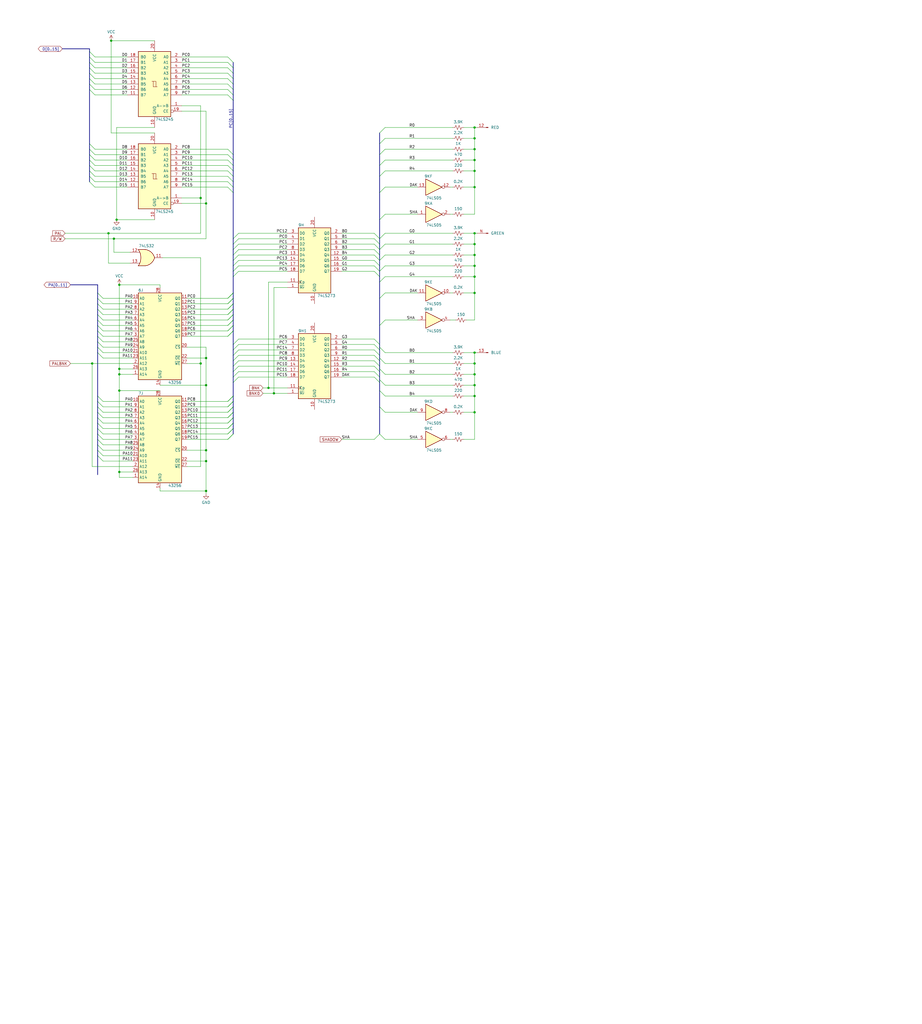
<source format=kicad_sch>
(kicad_sch (version 20230121) (generator eeschema)
  (paper "User" 431.8 479.4)
  (title_block (title "RGB - Palette Converter") (date "2023-08-15") (company "SNK") (comment 3 "Converted by Frater ") (comment 4 "NEO-GEO MVS MV1F"))
  (lib_symbols
    (symbol "74xx:74LS05" (pin_names (offset 1.016))
      (property "Reference" "U" (at 0 1.27 0))
      (property "Value" "74LS05" (at 0 -1.27 0))
      (symbol "74LS05_1_0"
        (pin input line (at -7.62 0 0) (length 3.81) (name "~") (number "1"))
        (pin open_collector inverted (at 7.62 0 180) (length 3.81) (name "~") (number "2"))
      )
      (symbol "74LS05_2_0"
        (pin input line (at -7.62 0 0) (length 3.81) (name "~") (number "3"))
        (pin open_collector inverted (at 7.62 0 180) (length 3.81) (name "~") (number "4"))
      )
      (symbol "74LS05_3_0"
        (pin input line (at -7.62 0 0) (length 3.81) (name "~") (number "5"))
        (pin open_collector inverted (at 7.62 0 180) (length 3.81) (name "~") (number "6"))
      )
      (symbol "74LS05_4_0"
        (pin open_collector inverted (at 7.62 0 180) (length 3.81) (name "~") (number "8"))
        (pin input line (at -7.62 0 0) (length 3.81) (name "~") (number "9"))
      )
      (symbol "74LS05_5_0"
        (pin open_collector inverted (at 7.62 0 180) (length 3.81) (name "~") (number "10"))
        (pin input line (at -7.62 0 0) (length 3.81) (name "~") (number "11"))
      )
      (symbol "74LS05_6_0"
        (pin open_collector inverted (at 7.62 0 180) (length 3.81) (name "~") (number "12"))
        (pin input line (at -7.62 0 0) (length 3.81) (name "~") (number "13"))
      )
      (symbol "74LS05_7_0"
        (pin power_in line (at 0 12.7 270) (length 5.08) (name "VCC") (number "14"))
        (pin power_in line (at 0 -12.7 90) (length 5.08) (name "GND") (number "7"))
      )
    )
    (symbol "74xx:74LS245" (pin_names (offset 1.016))
      (property "Reference" "U" (at -7.62 16.51 0))
      (property "Value" "74LS245" (at -7.62 -16.51 0))
      (symbol "74LS245_1_0"
        (pin input line (at -12.7 -10.16 0) (length 5.08) (name "A->B") (number "1"))
        (pin power_in line (at 0 -20.32 90) (length 5.08) (name "GND") (number "10"))
        (pin tri_state line (at 12.7 -5.08 180) (length 5.08) (name "B7") (number "11"))
        (pin tri_state line (at 12.7 -2.54 180) (length 5.08) (name "B6") (number "12"))
        (pin tri_state line (at 12.7 0 180) (length 5.08) (name "B5") (number "13"))
        (pin tri_state line (at 12.7 2.54 180) (length 5.08) (name "B4") (number "14"))
        (pin tri_state line (at 12.7 5.08 180) (length 5.08) (name "B3") (number "15"))
        (pin tri_state line (at 12.7 7.62 180) (length 5.08) (name "B2") (number "16"))
        (pin tri_state line (at 12.7 10.16 180) (length 5.08) (name "B1") (number "17"))
        (pin tri_state line (at 12.7 12.7 180) (length 5.08) (name "B0") (number "18"))
        (pin input inverted (at -12.7 -12.7 0) (length 5.08) (name "CE") (number "19"))
        (pin tri_state line (at -12.7 12.7 0) (length 5.08) (name "A0") (number "2"))
        (pin power_in line (at 0 20.32 270) (length 5.08) (name "VCC") (number "20"))
        (pin tri_state line (at -12.7 10.16 0) (length 5.08) (name "A1") (number "3"))
        (pin tri_state line (at -12.7 7.62 0) (length 5.08) (name "A2") (number "4"))
        (pin tri_state line (at -12.7 5.08 0) (length 5.08) (name "A3") (number "5"))
        (pin tri_state line (at -12.7 2.54 0) (length 5.08) (name "A4") (number "6"))
        (pin tri_state line (at -12.7 0 0) (length 5.08) (name "A5") (number "7"))
        (pin tri_state line (at -12.7 -2.54 0) (length 5.08) (name "A6") (number "8"))
        (pin tri_state line (at -12.7 -5.08 0) (length 5.08) (name "A7") (number "9"))
      )
    )
    (symbol "74xx:74LS273"
      (property "Reference" "U" (at -7.62 16.51 0))
      (property "Value" "74LS273" (at -7.62 -16.51 0))
      (symbol "74LS273_1_0"
        (pin input line (at -12.7 -12.7 0) (length 5.08) (name "~{Mr}") (number "1"))
        (pin power_in line (at 0 -20.32 90) (length 5.08) (name "GND") (number "10"))
        (pin input clock (at -12.7 -10.16 0) (length 5.08) (name "Cp") (number "11"))
        (pin output line (at 12.7 2.54 180) (length 5.08) (name "Q4") (number "12"))
        (pin input line (at -12.7 2.54 0) (length 5.08) (name "D4") (number "13"))
        (pin input line (at -12.7 0 0) (length 5.08) (name "D5") (number "14"))
        (pin output line (at 12.7 0 180) (length 5.08) (name "Q5") (number "15"))
        (pin output line (at 12.7 -2.54 180) (length 5.08) (name "Q6") (number "16"))
        (pin input line (at -12.7 -2.54 0) (length 5.08) (name "D6") (number "17"))
        (pin input line (at -12.7 -5.08 0) (length 5.08) (name "D7") (number "18"))
        (pin output line (at 12.7 -5.08 180) (length 5.08) (name "Q7") (number "19"))
        (pin output line (at 12.7 12.7 180) (length 5.08) (name "Q0") (number "2"))
        (pin power_in line (at 0 20.32 270) (length 5.08) (name "VCC") (number "20"))
        (pin input line (at -12.7 12.7 0) (length 5.08) (name "D0") (number "3"))
        (pin input line (at -12.7 10.16 0) (length 5.08) (name "D1") (number "4"))
        (pin output line (at 12.7 10.16 180) (length 5.08) (name "Q1") (number "5"))
        (pin output line (at 12.7 7.62 180) (length 5.08) (name "Q2") (number "6"))
        (pin input line (at -12.7 7.62 0) (length 5.08) (name "D2") (number "7"))
        (pin input line (at -12.7 5.08 0) (length 5.08) (name "D3") (number "8"))
        (pin output line (at 12.7 5.08 180) (length 5.08) (name "Q3") (number "9"))
      )
    )
    (symbol "74xx:74LS32" (pin_names (offset 1.016))
      (property "Reference" "U" (at 0 1.27 0))
      (property "Value" "74LS32" (at 0 -1.27 0))
      (symbol "74LS32_1_1"
        (pin input line (at -7.62 2.54 0) (length 4.318) (name "~") (number "1"))
        (pin input line (at -7.62 -2.54 0) (length 4.318) (name "~") (number "2"))
        (pin output line (at 7.62 0 180) (length 3.81) (name "~") (number "3"))
      )
      (symbol "74LS32_1_2"
        (pin input inverted (at -7.62 2.54 0) (length 3.81) (name "~") (number "1"))
        (pin input inverted (at -7.62 -2.54 0) (length 3.81) (name "~") (number "2"))
        (pin output inverted (at 7.62 0 180) (length 3.81) (name "~") (number "3"))
      )
      (symbol "74LS32_2_1"
        (pin input line (at -7.62 2.54 0) (length 4.318) (name "~") (number "4"))
        (pin input line (at -7.62 -2.54 0) (length 4.318) (name "~") (number "5"))
        (pin output line (at 7.62 0 180) (length 3.81) (name "~") (number "6"))
      )
      (symbol "74LS32_2_2"
        (pin input inverted (at -7.62 2.54 0) (length 3.81) (name "~") (number "4"))
        (pin input inverted (at -7.62 -2.54 0) (length 3.81) (name "~") (number "5"))
        (pin output inverted (at 7.62 0 180) (length 3.81) (name "~") (number "6"))
      )
      (symbol "74LS32_3_1"
        (pin input line (at -7.62 -2.54 0) (length 4.318) (name "~") (number "10"))
        (pin output line (at 7.62 0 180) (length 3.81) (name "~") (number "8"))
        (pin input line (at -7.62 2.54 0) (length 4.318) (name "~") (number "9"))
      )
      (symbol "74LS32_3_2"
        (pin input inverted (at -7.62 -2.54 0) (length 3.81) (name "~") (number "10"))
        (pin output inverted (at 7.62 0 180) (length 3.81) (name "~") (number "8"))
        (pin input inverted (at -7.62 2.54 0) (length 3.81) (name "~") (number "9"))
      )
      (symbol "74LS32_4_1"
        (pin output line (at 7.62 0 180) (length 3.81) (name "~") (number "11"))
        (pin input line (at -7.62 2.54 0) (length 4.318) (name "~") (number "12"))
        (pin input line (at -7.62 -2.54 0) (length 4.318) (name "~") (number "13"))
      )
      (symbol "74LS32_4_2"
        (pin output inverted (at 7.62 0 180) (length 3.81) (name "~") (number "11"))
        (pin input inverted (at -7.62 2.54 0) (length 3.81) (name "~") (number "12"))
        (pin input inverted (at -7.62 -2.54 0) (length 3.81) (name "~") (number "13"))
      )
      (symbol "74LS32_5_0"
        (pin power_in line (at 0 12.7 270) (length 5.08) (name "VCC") (number "14"))
        (pin power_in line (at 0 -12.7 90) (length 5.08) (name "GND") (number "7"))
      )
    )
    (symbol "Conn_01x01_Pin_1" (pin_names (offset 1.016) hide)
      (property "Value" "GREEN" (at -1.27 0 0))
      (symbol "Conn_01x01_Pin_1_1_1"
        (pin passive line (at 5.08 0 180) (length 3.81) (name "Pin_N") (number "N"))
      )
    )
    (symbol "Conn_01x01_Pin_2" (pin_names (offset 1.016) hide)
      (property "Value" "BLUE" (at -1.27 0 0))
      (symbol "Conn_01x01_Pin_2_1_1"
        (pin passive line (at 5.08 0 180) (length 3.81) (name "Pin_13") (number "13"))
      )
    )
    (symbol "Connector:Conn_01x01_Pin" (pin_names (offset 1.016) hide)
      (property "Value" "RED" (at -2.54 0 0))
      (symbol "Conn_01x01_Pin_1_1"
        (pin passive line (at 5.08 0 180) (length 3.81) (name "Pin_12") (number "12"))
      )
    )
    (symbol "Device:R_Small_US" (pin_numbers hide) (pin_names (offset 0.254) hide)
      (property "Reference" "R" (at 0.762 0.508 0))
      (property "Value" "R_Small_US" (at 0.762 -1.016 0))
      (symbol "R_Small_US_1_1"
        (pin passive line (at 0 2.54 270) (length 1.016) (name "~") (number "1"))
        (pin passive line (at 0 -2.54 90) (length 1.016) (name "~") (number "2"))
      )
    )
    (symbol "Memory_RAM:KM62256CLP"
      (property "Reference" "U" (at -10.16 20.955 0))
      (property "Value" "KM62256CLP" (at 2.54 20.955 0))
      (symbol "KM62256CLP_0_0"
        (pin power_in line (at 0 -22.86 90) (length 2.54) (name "GND") (number "14"))
        (pin power_in line (at 0 22.86 270) (length 2.54) (name "VCC") (number "28"))
      )
      (symbol "KM62256CLP_1_1"
        (pin input line (at -12.7 -17.78 0) (length 2.54) (name "A14") (number "1"))
        (pin input line (at -12.7 17.78 0) (length 2.54) (name "A0") (number "10"))
        (pin tri_state line (at 12.7 17.78 180) (length 2.54) (name "Q0") (number "11"))
        (pin tri_state line (at 12.7 15.24 180) (length 2.54) (name "Q1") (number "12"))
        (pin tri_state line (at 12.7 12.7 180) (length 2.54) (name "Q2") (number "13"))
        (pin tri_state line (at 12.7 10.16 180) (length 2.54) (name "Q3") (number "15"))
        (pin tri_state line (at 12.7 7.62 180) (length 2.54) (name "Q4") (number "16"))
        (pin tri_state line (at 12.7 5.08 180) (length 2.54) (name "Q5") (number "17"))
        (pin tri_state line (at 12.7 2.54 180) (length 2.54) (name "Q6") (number "18"))
        (pin tri_state line (at 12.7 0 180) (length 2.54) (name "Q7") (number "19"))
        (pin input line (at -12.7 -12.7 0) (length 2.54) (name "A12") (number "2"))
        (pin input line (at 12.7 -5.08 180) (length 2.54) (name "~{CS}") (number "20"))
        (pin input line (at -12.7 -7.62 0) (length 2.54) (name "A10") (number "21"))
        (pin input line (at 12.7 -10.16 180) (length 2.54) (name "~{OE}") (number "22"))
        (pin input line (at -12.7 -10.16 0) (length 2.54) (name "A11") (number "23"))
        (pin input line (at -12.7 -5.08 0) (length 2.54) (name "A9") (number "24"))
        (pin input line (at -12.7 -2.54 0) (length 2.54) (name "A8") (number "25"))
        (pin input line (at -12.7 -15.24 0) (length 2.54) (name "A13") (number "26"))
        (pin input line (at 12.7 -12.7 180) (length 2.54) (name "~{WE}") (number "27"))
        (pin input line (at -12.7 0 0) (length 2.54) (name "A7") (number "3"))
        (pin input line (at -12.7 2.54 0) (length 2.54) (name "A6") (number "4"))
        (pin input line (at -12.7 5.08 0) (length 2.54) (name "A5") (number "5"))
        (pin input line (at -12.7 7.62 0) (length 2.54) (name "A4") (number "6"))
        (pin input line (at -12.7 10.16 0) (length 2.54) (name "A3") (number "7"))
        (pin input line (at -12.7 12.7 0) (length 2.54) (name "A2") (number "8"))
        (pin input line (at -12.7 15.24 0) (length 2.54) (name "A1") (number "9"))
      )
    )
    (symbol "power:GND" (power) (pin_names (offset 0))
      (property "Value" "GND" (at 0 -3.81 0))
      (symbol "GND_1_1"
        (pin power_in line (at 0 0 270) (length 0) hide (name "GND") (number "1"))
      )
    )
    (symbol "power:VCC" (power) (pin_names (offset 0))
      (property "Value" "VCC" (at 0 3.81 0))
      (symbol "VCC_1_1"
        (pin power_in line (at 0 0 90) (length 0) hide (name "VCC") (number "1"))
      )
    )
  )
  (junction (at 55.88 133.35))
  (junction (at 96.52 215.9))
  (junction (at 222.25 69.85))
  (junction (at 96.52 167.64))
  (junction (at 222.25 170.18))
  (junction (at 96.52 180.34))
  (junction (at 222.25 175.26))
  (junction (at 93.98 92.71))
  (junction (at 128.27 184.15))
  (junction (at 222.25 180.34))
  (junction (at 222.25 80.01))
  (junction (at 222.25 87.63))
  (junction (at 222.25 114.3))
  (junction (at 222.25 193.04))
  (junction (at 96.52 95.25))
  (junction (at 43.18 170.18))
  (junction (at 55.88 220.98))
  (junction (at 96.52 229.87))
  (junction (at 93.98 170.18))
  (junction (at 222.25 165.1))
  (junction (at 222.25 59.69))
  (junction (at 222.25 64.77))
  (junction (at 54.61 102.87))
  (junction (at 96.52 210.82))
  (junction (at 222.25 119.38))
  (junction (at 50.8 109.22))
  (junction (at 53.34 111.76))
  (junction (at 55.88 182.88))
  (junction (at 55.88 175.26))
  (junction (at 222.25 137.16))
  (junction (at 125.73 181.61))
  (junction (at 222.25 124.46))
  (junction (at 222.25 109.22))
  (junction (at 55.88 172.72))
  (junction (at 222.25 129.54))
  (junction (at 222.25 185.42))
  (junction (at 222.25 74.93))
  (junction (at 52.07 19.05))
  (bus_entry (at 45.72 210.82) (size 2.54 2.54))
  (bus_entry (at 177.8 166.37) (size -2.54 -2.54))
  (bus_entry (at 109.22 168.91) (size 2.54 -2.54))
  (bus_entry (at 109.22 193.04) (size -2.54 2.54))
  (bus_entry (at 109.22 195.58) (size -2.54 2.54))
  (bus_entry (at 177.8 111.76) (size -2.54 -2.54))
  (bus_entry (at 109.22 198.12) (size -2.54 2.54))
  (bus_entry (at 109.22 77.47) (size -2.54 -2.54))
  (bus_entry (at 109.22 161.29) (size 2.54 -2.54))
  (bus_entry (at 45.72 190.5) (size 2.54 2.54))
  (bus_entry (at 177.8 77.47) (size 2.54 -2.54))
  (bus_entry (at 109.22 41.91) (size -2.54 -2.54))
  (bus_entry (at 109.22 171.45) (size 2.54 -2.54))
  (bus_entry (at 109.22 185.42) (size -2.54 2.54))
  (bus_entry (at 45.72 152.4) (size 2.54 2.54))
  (bus_entry (at 109.22 137.16) (size -2.54 2.54))
  (bus_entry (at 45.72 195.58) (size 2.54 2.54))
  (bus_entry (at 180.34 185.42) (size -2.54 -2.54))
  (bus_entry (at 109.22 147.32) (size -2.54 2.54))
  (bus_entry (at 109.22 39.37) (size -2.54 -2.54))
  (bus_entry (at 109.22 142.24) (size -2.54 2.54))
  (bus_entry (at 109.22 90.17) (size -2.54 -2.54))
  (bus_entry (at 45.72 200.66) (size 2.54 2.54))
  (bus_entry (at 109.22 176.53) (size 2.54 -2.54))
  (bus_entry (at 109.22 166.37) (size 2.54 -2.54))
  (bus_entry (at 180.34 165.1) (size -2.54 -2.54))
  (bus_entry (at 109.22 149.86) (size -2.54 2.54))
  (bus_entry (at 45.72 154.94) (size 2.54 2.54))
  (bus_entry (at 41.91 39.37) (size 2.54 2.54))
  (bus_entry (at 45.72 139.7) (size 2.54 2.54))
  (bus_entry (at 109.22 185.42) (size -2.54 2.54))
  (bus_entry (at 177.8 72.39) (size 2.54 -2.54))
  (bus_entry (at 109.22 152.4) (size -2.54 2.54))
  (bus_entry (at 109.22 34.29) (size -2.54 -2.54))
  (bus_entry (at 109.22 44.45) (size -2.54 -2.54))
  (bus_entry (at 45.72 187.96) (size 2.54 2.54))
  (bus_entry (at 177.8 161.29) (size -2.54 -2.54))
  (bus_entry (at 109.22 190.5) (size -2.54 2.54))
  (bus_entry (at 41.91 41.91) (size 2.54 2.54))
  (bus_entry (at 109.22 198.12) (size -2.54 2.54))
  (bus_entry (at 45.72 185.42) (size 2.54 2.54))
  (bus_entry (at 109.22 200.66) (size -2.54 2.54))
  (bus_entry (at 109.22 149.86) (size -2.54 2.54))
  (bus_entry (at 109.22 173.99) (size 2.54 -2.54))
  (bus_entry (at 180.34 170.18) (size -2.54 -2.54))
  (bus_entry (at 109.22 152.4) (size -2.54 2.54))
  (bus_entry (at 109.22 72.39) (size -2.54 -2.54))
  (bus_entry (at 109.22 142.24) (size -2.54 2.54))
  (bus_entry (at 180.34 180.34) (size -2.54 -2.54))
  (bus_entry (at 177.8 203.2) (size -2.54 2.54))
  (bus_entry (at 109.22 85.09) (size -2.54 -2.54))
  (bus_entry (at 45.72 142.24) (size 2.54 2.54))
  (bus_entry (at 177.8 139.7) (size 2.54 -2.54))
  (bus_entry (at 180.34 175.26) (size -2.54 -2.54))
  (bus_entry (at 41.91 26.67) (size 2.54 2.54))
  (bus_entry (at 45.72 213.36) (size 2.54 2.54))
  (bus_entry (at 177.8 179.07) (size -2.54 -2.54))
  (bus_entry (at 177.8 168.91) (size -2.54 -2.54))
  (bus_entry (at 109.22 154.94) (size -2.54 2.54))
  (bus_entry (at 177.8 116.84) (size 2.54 -2.54))
  (bus_entry (at 109.22 111.76) (size 2.54 -2.54))
  (bus_entry (at 109.22 137.16) (size -2.54 2.54))
  (bus_entry (at 177.8 129.54) (size -2.54 -2.54))
  (bus_entry (at 109.22 187.96) (size -2.54 2.54))
  (bus_entry (at 41.91 31.75) (size 2.54 2.54))
  (bus_entry (at 109.22 147.32) (size -2.54 2.54))
  (bus_entry (at 177.8 90.17) (size 2.54 -2.54))
  (bus_entry (at 41.91 24.13) (size 2.54 2.54))
  (bus_entry (at 177.8 62.23) (size 2.54 -2.54))
  (bus_entry (at 41.91 77.47) (size 2.54 2.54))
  (bus_entry (at 45.72 149.86) (size 2.54 2.54))
  (bus_entry (at 109.22 114.3) (size 2.54 -2.54))
  (bus_entry (at 41.91 69.85) (size 2.54 2.54))
  (bus_entry (at 109.22 29.21) (size -2.54 -2.54))
  (bus_entry (at 109.22 139.7) (size -2.54 2.54))
  (bus_entry (at 177.8 121.92) (size -2.54 -2.54))
  (bus_entry (at 109.22 203.2) (size -2.54 2.54))
  (bus_entry (at 109.22 74.93) (size -2.54 -2.54))
  (bus_entry (at 109.22 119.38) (size 2.54 -2.54))
  (bus_entry (at 177.8 121.92) (size 2.54 -2.54))
  (bus_entry (at 177.8 124.46) (size -2.54 -2.54))
  (bus_entry (at 109.22 116.84) (size 2.54 -2.54))
  (bus_entry (at 177.8 173.99) (size -2.54 -2.54))
  (bus_entry (at 177.8 114.3) (size -2.54 -2.54))
  (bus_entry (at 41.91 29.21) (size 2.54 2.54))
  (bus_entry (at 177.8 111.76) (size 2.54 -2.54))
  (bus_entry (at 177.8 176.53) (size -2.54 -2.54))
  (bus_entry (at 109.22 127) (size 2.54 -2.54))
  (bus_entry (at 45.72 162.56) (size 2.54 2.54))
  (bus_entry (at 177.8 127) (size -2.54 -2.54))
  (bus_entry (at 109.22 193.04) (size -2.54 2.54))
  (bus_entry (at 45.72 193.04) (size 2.54 2.54))
  (bus_entry (at 41.91 72.39) (size 2.54 2.54))
  (bus_entry (at 45.72 160.02) (size 2.54 2.54))
  (bus_entry (at 109.22 190.5) (size -2.54 2.54))
  (bus_entry (at 109.22 36.83) (size -2.54 -2.54))
  (bus_entry (at 180.34 205.74) (size -2.54 -2.54))
  (bus_entry (at 41.91 82.55) (size 2.54 2.54))
  (bus_entry (at 109.22 121.92) (size 2.54 -2.54))
  (bus_entry (at 109.22 203.2) (size -2.54 2.54))
  (bus_entry (at 109.22 163.83) (size 2.54 -2.54))
  (bus_entry (at 41.91 74.93) (size 2.54 2.54))
  (bus_entry (at 177.8 152.4) (size 2.54 -2.54))
  (bus_entry (at 109.22 124.46) (size 2.54 -2.54))
  (bus_entry (at 45.72 137.16) (size 2.54 2.54))
  (bus_entry (at 109.22 31.75) (size -2.54 -2.54))
  (bus_entry (at 45.72 205.74) (size 2.54 2.54))
  (bus_entry (at 109.22 144.78) (size -2.54 2.54))
  (bus_entry (at 45.72 208.28) (size 2.54 2.54))
  (bus_entry (at 109.22 129.54) (size 2.54 -2.54))
  (bus_entry (at 41.91 34.29) (size 2.54 2.54))
  (bus_entry (at 41.91 67.31) (size 2.54 2.54))
  (bus_entry (at 45.72 144.78) (size 2.54 2.54))
  (bus_entry (at 177.8 163.83) (size -2.54 -2.54))
  (bus_entry (at 177.8 127) (size 2.54 -2.54))
  (bus_entry (at 109.22 200.66) (size -2.54 2.54))
  (bus_entry (at 109.22 82.55) (size -2.54 -2.54))
  (bus_entry (at 109.22 46.99) (size -2.54 -2.54))
  (bus_entry (at 177.8 82.55) (size 2.54 -2.54))
  (bus_entry (at 109.22 139.7) (size -2.54 2.54))
  (bus_entry (at 41.91 36.83) (size 2.54 2.54))
  (bus_entry (at 45.72 157.48) (size 2.54 2.54))
  (bus_entry (at 41.91 80.01) (size 2.54 2.54))
  (bus_entry (at 177.8 119.38) (size -2.54 -2.54))
  (bus_entry (at 109.22 154.94) (size -2.54 2.54))
  (bus_entry (at 180.34 193.04) (size -2.54 -2.54))
  (bus_entry (at 109.22 80.01) (size -2.54 -2.54))
  (bus_entry (at 109.22 87.63) (size -2.54 -2.54))
  (bus_entry (at 177.8 171.45) (size -2.54 -2.54))
  (bus_entry (at 109.22 195.58) (size -2.54 2.54))
  (bus_entry (at 45.72 198.12) (size 2.54 2.54))
  (bus_entry (at 109.22 144.78) (size -2.54 2.54))
  (bus_entry (at 41.91 85.09) (size 2.54 2.54))
  (bus_entry (at 177.8 67.31) (size 2.54 -2.54))
  (bus_entry (at 45.72 147.32) (size 2.54 2.54))
  (bus_entry (at 45.72 165.1) (size 2.54 2.54))
  (bus_entry (at 45.72 203.2) (size 2.54 2.54))
  (bus_entry (at 109.22 187.96) (size -2.54 2.54))
  (bus_entry (at 177.8 132.08) (size 2.54 -2.54))
  (bus_entry (at 109.22 179.07) (size 2.54 -2.54))
  (bus_entry (at 177.8 116.84) (size -2.54 -2.54))
  (bus_entry (at 177.8 102.87) (size 2.54 -2.54))
  (wire (pts (xy 111.76 111.76) (xy 134.62 111.76)))
  (bus (pts (xy 109.22 163.83) (xy 109.22 166.37)))
  (wire (pts (xy 55.88 175.26) (xy 55.88 182.88)))
  (wire (pts (xy 222.25 119.38) (xy 222.25 114.3)))
  (bus (pts (xy 45.72 190.5) (xy 45.72 193.04)))
  (bus (pts (xy 109.22 147.32) (xy 109.22 149.86)))
  (bus (pts (xy 177.8 67.31) (xy 177.8 72.39)))
  (wire (pts (xy 111.76 163.83) (xy 134.62 163.83)))
  (wire (pts (xy 44.45 39.37) (xy 59.69 39.37)))
  (wire (pts (xy 195.58 137.16) (xy 180.34 137.16)))
  (wire (pts (xy 210.82 87.63) (xy 212.09 87.63)))
  (bus (pts (xy 177.8 152.4) (xy 177.8 161.29)))
  (wire (pts (xy 48.26 195.58) (xy 62.23 195.58)))
  (wire (pts (xy 33.02 170.18) (xy 43.18 170.18)))
  (wire (pts (xy 222.25 193.04) (xy 222.25 185.42)))
  (wire (pts (xy 222.25 137.16) (xy 222.25 129.54)))
  (wire (pts (xy 48.26 139.7) (xy 62.23 139.7)))
  (bus (pts (xy 177.8 127) (xy 177.8 129.54)))
  (bus (pts (xy 45.72 187.96) (xy 45.72 190.5)))
  (wire (pts (xy 222.25 170.18) (xy 222.25 165.1)))
  (bus (pts (xy 109.22 187.96) (xy 109.22 190.5)))
  (wire (pts (xy 87.63 203.2) (xy 106.68 203.2)))
  (wire (pts (xy 55.88 220.98) (xy 55.88 223.52)))
  (wire (pts (xy 212.09 74.93) (xy 180.34 74.93)))
  (wire (pts (xy 55.88 175.26) (xy 55.88 172.72)))
  (wire (pts (xy 222.25 87.63) (xy 222.25 80.01)))
  (bus (pts (xy 109.22 119.38) (xy 109.22 121.92)))
  (wire (pts (xy 111.76 121.92) (xy 134.62 121.92)))
  (wire (pts (xy 217.17 87.63) (xy 222.25 87.63)))
  (wire (pts (xy 212.09 64.77) (xy 180.34 64.77)))
  (wire (pts (xy 55.88 220.98) (xy 62.23 220.98)))
  (bus (pts (xy 109.22 29.21) (xy 109.22 31.75)))
  (wire (pts (xy 85.09 52.07) (xy 96.52 52.07)))
  (wire (pts (xy 87.63 167.64) (xy 96.52 167.64)))
  (bus (pts (xy 177.8 172.72) (xy 177.8 173.99)))
  (wire (pts (xy 160.02 176.53) (xy 175.26 176.53)))
  (wire (pts (xy 44.45 80.01) (xy 59.69 80.01)))
  (wire (pts (xy 222.25 149.86) (xy 222.25 137.16)))
  (wire (pts (xy 96.52 111.76) (xy 53.34 111.76)))
  (wire (pts (xy 93.98 92.71) (xy 93.98 49.53)))
  (bus (pts (xy 177.8 173.99) (xy 177.8 176.53)))
  (bus (pts (xy 109.22 185.42) (xy 109.22 187.96)))
  (wire (pts (xy 128.27 134.62) (xy 128.27 184.15)))
  (bus (pts (xy 29.21 22.86) (xy 41.91 22.86)))
  (bus (pts (xy 177.8 163.83) (xy 177.8 166.37)))
  (wire (pts (xy 180.34 149.86) (xy 195.58 149.86)))
  (bus (pts (xy 33.02 133.35) (xy 45.72 133.35)))
  (wire (pts (xy 212.09 69.85) (xy 180.34 69.85)))
  (bus (pts (xy 109.22 85.09) (xy 109.22 87.63)))
  (wire (pts (xy 212.09 175.26) (xy 180.34 175.26)))
  (wire (pts (xy 87.63 198.12) (xy 106.68 198.12)))
  (bus (pts (xy 109.22 152.4) (xy 109.22 154.94)))
  (wire (pts (xy 217.17 59.69) (xy 222.25 59.69)))
  (wire (pts (xy 212.09 129.54) (xy 180.34 129.54)))
  (bus (pts (xy 41.91 31.75) (xy 41.91 34.29)))
  (wire (pts (xy 48.26 208.28) (xy 62.23 208.28)))
  (wire (pts (xy 87.63 193.04) (xy 106.68 193.04)))
  (wire (pts (xy 43.18 170.18) (xy 62.23 170.18)))
  (bus (pts (xy 109.22 80.01) (xy 109.22 82.55)))
  (bus (pts (xy 109.22 190.5) (xy 109.22 193.04)))
  (bus (pts (xy 109.22 34.29) (xy 109.22 36.83)))
  (wire (pts (xy 125.73 181.61) (xy 134.62 181.61)))
  (wire (pts (xy 160.02 111.76) (xy 175.26 111.76)))
  (bus (pts (xy 41.91 80.01) (xy 41.91 82.55)))
  (bus (pts (xy 177.8 102.87) (xy 177.8 111.76)))
  (bus (pts (xy 45.72 137.16) (xy 45.72 139.7)))
  (bus (pts (xy 45.72 213.36) (xy 45.72 222.25)))
  (wire (pts (xy 160.02 163.83) (xy 175.26 163.83)))
  (wire (pts (xy 128.27 184.15) (xy 134.62 184.15)))
  (wire (pts (xy 222.25 205.74) (xy 222.25 193.04)))
  (wire (pts (xy 106.68 34.29) (xy 85.09 34.29)))
  (wire (pts (xy 48.26 160.02) (xy 62.23 160.02)))
  (wire (pts (xy 106.68 85.09) (xy 85.09 85.09)))
  (wire (pts (xy 30.48 109.22) (xy 50.8 109.22)))
  (bus (pts (xy 41.91 77.47) (xy 41.91 80.01)))
  (wire (pts (xy 48.26 190.5) (xy 62.23 190.5)))
  (wire (pts (xy 48.26 198.12) (xy 62.23 198.12)))
  (wire (pts (xy 111.76 109.22) (xy 134.62 109.22)))
  (bus (pts (xy 109.22 87.63) (xy 109.22 90.17)))
  (wire (pts (xy 160.02 127) (xy 175.26 127)))
  (bus (pts (xy 177.8 132.08) (xy 177.8 139.7)))
  (wire (pts (xy 222.25 80.01) (xy 222.25 74.93)))
  (wire (pts (xy 48.26 215.9) (xy 62.23 215.9)))
  (wire (pts (xy 44.45 29.21) (xy 59.69 29.21)))
  (wire (pts (xy 74.93 229.87) (xy 74.93 228.6)))
  (wire (pts (xy 195.58 193.04) (xy 180.34 193.04)))
  (wire (pts (xy 96.52 215.9) (xy 96.52 229.87)))
  (wire (pts (xy 96.52 111.76) (xy 96.52 95.25)))
  (wire (pts (xy 160.02 116.84) (xy 175.26 116.84)))
  (bus (pts (xy 109.22 74.93) (xy 109.22 77.47)))
  (wire (pts (xy 48.26 165.1) (xy 62.23 165.1)))
  (bus (pts (xy 109.22 124.46) (xy 109.22 127)))
  (wire (pts (xy 222.25 59.69) (xy 223.52 59.69)))
  (bus (pts (xy 45.72 142.24) (xy 45.72 144.78)))
  (wire (pts (xy 87.63 149.86) (xy 106.68 149.86)))
  (wire (pts (xy 212.09 170.18) (xy 180.34 170.18)))
  (wire (pts (xy 44.45 82.55) (xy 59.69 82.55)))
  (bus (pts (xy 41.91 36.83) (xy 41.91 39.37)))
  (wire (pts (xy 93.98 49.53) (xy 85.09 49.53)))
  (bus (pts (xy 177.8 139.7) (xy 177.8 152.4)))
  (wire (pts (xy 217.17 205.74) (xy 222.25 205.74)))
  (wire (pts (xy 111.76 124.46) (xy 134.62 124.46)))
  (wire (pts (xy 53.34 118.11) (xy 53.34 111.76)))
  (bus (pts (xy 177.8 121.92) (xy 177.8 124.46)))
  (wire (pts (xy 52.07 19.05) (xy 52.07 62.23)))
  (bus (pts (xy 177.8 167.64) (xy 177.8 168.91)))
  (wire (pts (xy 212.09 165.1) (xy 180.34 165.1)))
  (wire (pts (xy 50.8 109.22) (xy 93.98 109.22)))
  (bus (pts (xy 45.72 152.4) (xy 45.72 154.94)))
  (wire (pts (xy 212.09 185.42) (xy 180.34 185.42)))
  (bus (pts (xy 109.22 90.17) (xy 109.22 111.76)))
  (wire (pts (xy 217.17 137.16) (xy 222.25 137.16)))
  (bus (pts (xy 109.22 72.39) (xy 109.22 74.93)))
  (wire (pts (xy 111.76 158.75) (xy 134.62 158.75)))
  (wire (pts (xy 44.45 74.93) (xy 59.69 74.93)))
  (bus (pts (xy 109.22 198.12) (xy 109.22 200.66)))
  (bus (pts (xy 177.8 114.3) (xy 177.8 116.84)))
  (wire (pts (xy 195.58 100.33) (xy 180.34 100.33)))
  (wire (pts (xy 48.26 144.78) (xy 62.23 144.78)))
  (wire (pts (xy 218.44 149.86) (xy 222.25 149.86)))
  (wire (pts (xy 54.61 102.87) (xy 72.39 102.87)))
  (wire (pts (xy 93.98 218.44) (xy 87.63 218.44)))
  (wire (pts (xy 106.68 69.85) (xy 85.09 69.85)))
  (wire (pts (xy 96.52 162.56) (xy 96.52 167.64)))
  (wire (pts (xy 48.26 147.32) (xy 62.23 147.32)))
  (bus (pts (xy 177.8 162.56) (xy 177.8 163.83)))
  (wire (pts (xy 106.68 29.21) (xy 85.09 29.21)))
  (wire (pts (xy 44.45 87.63) (xy 59.69 87.63)))
  (wire (pts (xy 111.76 114.3) (xy 134.62 114.3)))
  (wire (pts (xy 74.93 133.35) (xy 55.88 133.35)))
  (bus (pts (xy 109.22 46.99) (xy 109.22 72.39)))
  (bus (pts (xy 109.22 193.04) (xy 109.22 195.58)))
  (wire (pts (xy 53.34 111.76) (xy 30.48 111.76)))
  (wire (pts (xy 87.63 142.24) (xy 106.68 142.24)))
  (wire (pts (xy 87.63 157.48) (xy 106.68 157.48)))
  (wire (pts (xy 212.09 59.69) (xy 180.34 59.69)))
  (wire (pts (xy 160.02 109.22) (xy 175.26 109.22)))
  (wire (pts (xy 87.63 144.78) (xy 106.68 144.78)))
  (bus (pts (xy 177.8 177.8) (xy 177.8 176.53)))
  (bus (pts (xy 109.22 39.37) (xy 109.22 41.91)))
  (bus (pts (xy 45.72 147.32) (xy 45.72 149.86)))
  (bus (pts (xy 109.22 144.78) (xy 109.22 147.32)))
  (wire (pts (xy 195.58 87.63) (xy 180.34 87.63)))
  (wire (pts (xy 222.25 185.42) (xy 222.25 180.34)))
  (bus (pts (xy 45.72 185.42) (xy 45.72 187.96)))
  (bus (pts (xy 109.22 114.3) (xy 109.22 116.84)))
  (bus (pts (xy 177.8 190.5) (xy 177.8 203.2)))
  (bus (pts (xy 41.91 24.13) (xy 41.91 26.67)))
  (wire (pts (xy 217.17 64.77) (xy 222.25 64.77)))
  (bus (pts (xy 109.22 179.07) (xy 109.22 185.42)))
  (bus (pts (xy 45.72 157.48) (xy 45.72 160.02)))
  (wire (pts (xy 222.25 109.22) (xy 223.52 109.22)))
  (bus (pts (xy 109.22 154.94) (xy 109.22 161.29)))
  (bus (pts (xy 109.22 111.76) (xy 109.22 114.3)))
  (bus (pts (xy 109.22 121.92) (xy 109.22 124.46)))
  (wire (pts (xy 44.45 31.75) (xy 59.69 31.75)))
  (wire (pts (xy 93.98 170.18) (xy 93.98 218.44)))
  (wire (pts (xy 160.02 121.92) (xy 175.26 121.92)))
  (wire (pts (xy 160.02 171.45) (xy 175.26 171.45)))
  (wire (pts (xy 48.26 205.74) (xy 62.23 205.74)))
  (wire (pts (xy 48.26 149.86) (xy 62.23 149.86)))
  (wire (pts (xy 217.17 114.3) (xy 222.25 114.3)))
  (wire (pts (xy 96.52 229.87) (xy 96.52 231.14)))
  (bus (pts (xy 109.22 200.66) (xy 109.22 203.2)))
  (bus (pts (xy 45.72 154.94) (xy 45.72 157.48)))
  (bus (pts (xy 109.22 149.86) (xy 109.22 152.4)))
  (wire (pts (xy 217.17 170.18) (xy 222.25 170.18)))
  (wire (pts (xy 44.45 41.91) (xy 59.69 41.91)))
  (wire (pts (xy 72.39 59.69) (xy 54.61 59.69)))
  (bus (pts (xy 109.22 77.47) (xy 109.22 80.01)))
  (wire (pts (xy 111.76 116.84) (xy 134.62 116.84)))
  (wire (pts (xy 195.58 205.74) (xy 180.34 205.74)))
  (wire (pts (xy 48.26 162.56) (xy 62.23 162.56)))
  (wire (pts (xy 222.25 64.77) (xy 222.25 59.69)))
  (wire (pts (xy 76.2 120.65) (xy 93.98 120.65)))
  (bus (pts (xy 177.8 77.47) (xy 177.8 82.55)))
  (wire (pts (xy 106.68 39.37) (xy 85.09 39.37)))
  (wire (pts (xy 210.82 149.86) (xy 213.36 149.86)))
  (bus (pts (xy 45.72 210.82) (xy 45.72 213.36)))
  (bus (pts (xy 45.72 195.58) (xy 45.72 198.12)))
  (wire (pts (xy 222.25 100.33) (xy 222.25 87.63)))
  (wire (pts (xy 106.68 72.39) (xy 85.09 72.39)))
  (wire (pts (xy 50.8 123.19) (xy 50.8 109.22)))
  (wire (pts (xy 44.45 34.29) (xy 59.69 34.29)))
  (wire (pts (xy 87.63 152.4) (xy 106.68 152.4)))
  (wire (pts (xy 44.45 26.67) (xy 59.69 26.67)))
  (bus (pts (xy 109.22 41.91) (xy 109.22 44.45)))
  (wire (pts (xy 217.17 129.54) (xy 222.25 129.54)))
  (wire (pts (xy 217.17 193.04) (xy 222.25 193.04)))
  (wire (pts (xy 111.76 127) (xy 134.62 127)))
  (wire (pts (xy 44.45 77.47) (xy 59.69 77.47)))
  (wire (pts (xy 87.63 200.66) (xy 106.68 200.66)))
  (wire (pts (xy 55.88 223.52) (xy 62.23 223.52)))
  (wire (pts (xy 123.19 184.15) (xy 128.27 184.15)))
  (wire (pts (xy 111.76 119.38) (xy 134.62 119.38)))
  (bus (pts (xy 109.22 44.45) (xy 109.22 46.99)))
  (bus (pts (xy 177.8 116.84) (xy 177.8 119.38)))
  (wire (pts (xy 217.17 100.33) (xy 222.25 100.33)))
  (bus (pts (xy 41.91 39.37) (xy 41.91 41.91)))
  (wire (pts (xy 48.26 152.4) (xy 62.23 152.4)))
  (wire (pts (xy 96.52 210.82) (xy 96.52 215.9)))
  (bus (pts (xy 177.8 179.07) (xy 177.8 182.88)))
  (bus (pts (xy 177.8 124.46) (xy 177.8 127)))
  (wire (pts (xy 123.19 181.61) (xy 125.73 181.61)))
  (wire (pts (xy 44.45 72.39) (xy 59.69 72.39)))
  (bus (pts (xy 109.22 171.45) (xy 109.22 173.99)))
  (wire (pts (xy 48.26 193.04) (xy 62.23 193.04)))
  (wire (pts (xy 87.63 154.94) (xy 106.68 154.94)))
  (wire (pts (xy 134.62 132.08) (xy 125.73 132.08)))
  (wire (pts (xy 160.02 168.91) (xy 175.26 168.91)))
  (wire (pts (xy 212.09 114.3) (xy 180.34 114.3)))
  (wire (pts (xy 210.82 193.04) (xy 212.09 193.04)))
  (wire (pts (xy 74.93 133.35) (xy 74.93 134.62)))
  (wire (pts (xy 106.68 82.55) (xy 85.09 82.55)))
  (wire (pts (xy 212.09 180.34) (xy 180.34 180.34)))
  (wire (pts (xy 44.45 85.09) (xy 59.69 85.09)))
  (wire (pts (xy 222.25 124.46) (xy 222.25 119.38)))
  (bus (pts (xy 177.8 167.64) (xy 177.8 166.37)))
  (wire (pts (xy 106.68 77.47) (xy 85.09 77.47)))
  (wire (pts (xy 48.26 142.24) (xy 62.23 142.24)))
  (wire (pts (xy 43.18 218.44) (xy 62.23 218.44)))
  (bus (pts (xy 177.8 62.23) (xy 177.8 67.31)))
  (wire (pts (xy 93.98 92.71) (xy 93.98 109.22)))
  (wire (pts (xy 106.68 74.93) (xy 85.09 74.93)))
  (wire (pts (xy 74.93 180.34) (xy 96.52 180.34)))
  (bus (pts (xy 109.22 142.24) (xy 109.22 144.78)))
  (wire (pts (xy 125.73 132.08) (xy 125.73 181.61)))
  (wire (pts (xy 85.09 95.25) (xy 96.52 95.25)))
  (wire (pts (xy 96.52 180.34) (xy 96.52 210.82)))
  (wire (pts (xy 87.63 205.74) (xy 106.68 205.74)))
  (bus (pts (xy 109.22 168.91) (xy 109.22 171.45)))
  (wire (pts (xy 160.02 114.3) (xy 175.26 114.3)))
  (wire (pts (xy 106.68 36.83) (xy 85.09 36.83)))
  (bus (pts (xy 177.8 111.76) (xy 177.8 114.3)))
  (wire (pts (xy 60.96 118.11) (xy 53.34 118.11)))
  (wire (pts (xy 87.63 195.58) (xy 106.68 195.58)))
  (bus (pts (xy 177.8 72.39) (xy 177.8 77.47)))
  (wire (pts (xy 96.52 52.07) (xy 96.52 95.25)))
  (bus (pts (xy 41.91 69.85) (xy 41.91 72.39)))
  (wire (pts (xy 85.09 92.71) (xy 93.98 92.71)))
  (wire (pts (xy 160.02 124.46) (xy 175.26 124.46)))
  (wire (pts (xy 87.63 170.18) (xy 93.98 170.18)))
  (wire (pts (xy 210.82 137.16) (xy 212.09 137.16)))
  (bus (pts (xy 41.91 41.91) (xy 41.91 67.31)))
  (wire (pts (xy 87.63 139.7) (xy 106.68 139.7)))
  (bus (pts (xy 45.72 160.02) (xy 45.72 162.56)))
  (wire (pts (xy 217.17 175.26) (xy 222.25 175.26)))
  (wire (pts (xy 160.02 205.74) (xy 175.26 205.74)))
  (wire (pts (xy 55.88 175.26) (xy 62.23 175.26)))
  (wire (pts (xy 217.17 124.46) (xy 222.25 124.46)))
  (bus (pts (xy 41.91 22.86) (xy 41.91 24.13)))
  (bus (pts (xy 109.22 139.7) (xy 109.22 142.24)))
  (wire (pts (xy 210.82 205.74) (xy 212.09 205.74)))
  (bus (pts (xy 109.22 176.53) (xy 109.22 179.07)))
  (bus (pts (xy 109.22 161.29) (xy 109.22 163.83)))
  (wire (pts (xy 217.17 185.42) (xy 222.25 185.42)))
  (wire (pts (xy 44.45 44.45) (xy 59.69 44.45)))
  (wire (pts (xy 48.26 210.82) (xy 62.23 210.82)))
  (bus (pts (xy 41.91 82.55) (xy 41.91 85.09)))
  (wire (pts (xy 222.25 165.1) (xy 223.52 165.1)))
  (wire (pts (xy 217.17 80.01) (xy 222.25 80.01)))
  (wire (pts (xy 160.02 173.99) (xy 175.26 173.99)))
  (bus (pts (xy 177.8 171.45) (xy 177.8 172.72)))
  (wire (pts (xy 43.18 170.18) (xy 43.18 218.44)))
  (wire (pts (xy 87.63 190.5) (xy 106.68 190.5)))
  (wire (pts (xy 160.02 166.37) (xy 175.26 166.37)))
  (wire (pts (xy 96.52 229.87) (xy 74.93 229.87)))
  (wire (pts (xy 222.25 74.93) (xy 222.25 69.85)))
  (wire (pts (xy 96.52 210.82) (xy 87.63 210.82)))
  (bus (pts (xy 177.8 119.38) (xy 177.8 121.92)))
  (wire (pts (xy 44.45 69.85) (xy 59.69 69.85)))
  (wire (pts (xy 96.52 167.64) (xy 96.52 180.34)))
  (wire (pts (xy 217.17 69.85) (xy 222.25 69.85)))
  (wire (pts (xy 217.17 119.38) (xy 222.25 119.38)))
  (bus (pts (xy 41.91 67.31) (xy 41.91 69.85)))
  (wire (pts (xy 44.45 36.83) (xy 59.69 36.83)))
  (wire (pts (xy 106.68 80.01) (xy 85.09 80.01)))
  (wire (pts (xy 111.76 166.37) (xy 134.62 166.37)))
  (wire (pts (xy 87.63 147.32) (xy 106.68 147.32)))
  (wire (pts (xy 217.17 74.93) (xy 222.25 74.93)))
  (wire (pts (xy 106.68 87.63) (xy 85.09 87.63)))
  (bus (pts (xy 45.72 144.78) (xy 45.72 147.32)))
  (bus (pts (xy 45.72 200.66) (xy 45.72 203.2)))
  (bus (pts (xy 109.22 137.16) (xy 109.22 139.7)))
  (wire (pts (xy 55.88 182.88) (xy 55.88 220.98)))
  (bus (pts (xy 45.72 162.56) (xy 45.72 165.1)))
  (bus (pts (xy 177.8 90.17) (xy 177.8 102.87)))
  (wire (pts (xy 55.88 182.88) (xy 74.93 182.88)))
  (wire (pts (xy 210.82 100.33) (xy 212.09 100.33)))
  (bus (pts (xy 45.72 149.86) (xy 45.72 152.4)))
  (wire (pts (xy 106.68 31.75) (xy 85.09 31.75)))
  (wire (pts (xy 160.02 158.75) (xy 175.26 158.75)))
  (wire (pts (xy 111.76 171.45) (xy 134.62 171.45)))
  (wire (pts (xy 48.26 213.36) (xy 62.23 213.36)))
  (wire (pts (xy 48.26 203.2) (xy 62.23 203.2)))
  (bus (pts (xy 41.91 74.93) (xy 41.91 77.47)))
  (bus (pts (xy 45.72 193.04) (xy 45.72 195.58)))
  (wire (pts (xy 55.88 133.35) (xy 55.88 172.72)))
  (wire (pts (xy 48.26 200.66) (xy 62.23 200.66)))
  (wire (pts (xy 217.17 180.34) (xy 222.25 180.34)))
  (wire (pts (xy 222.25 180.34) (xy 222.25 175.26)))
  (bus (pts (xy 177.8 168.91) (xy 177.8 171.45)))
  (bus (pts (xy 109.22 116.84) (xy 109.22 119.38)))
  (bus (pts (xy 45.72 165.1) (xy 45.72 185.42)))
  (wire (pts (xy 60.96 123.19) (xy 50.8 123.19)))
  (wire (pts (xy 106.68 26.67) (xy 85.09 26.67)))
  (wire (pts (xy 93.98 170.18) (xy 93.98 120.65)))
  (bus (pts (xy 109.22 36.83) (xy 109.22 39.37)))
  (bus (pts (xy 45.72 203.2) (xy 45.72 205.74)))
  (wire (pts (xy 52.07 19.05) (xy 72.39 19.05)))
  (bus (pts (xy 109.22 31.75) (xy 109.22 34.29)))
  (bus (pts (xy 109.22 166.37) (xy 109.22 168.91)))
  (wire (pts (xy 87.63 187.96) (xy 106.68 187.96)))
  (wire (pts (xy 160.02 119.38) (xy 175.26 119.38)))
  (wire (pts (xy 96.52 215.9) (xy 87.63 215.9)))
  (bus (pts (xy 41.91 72.39) (xy 41.91 74.93)))
  (wire (pts (xy 212.09 119.38) (xy 180.34 119.38)))
  (bus (pts (xy 109.22 173.99) (xy 109.22 176.53)))
  (bus (pts (xy 109.22 82.55) (xy 109.22 85.09)))
  (wire (pts (xy 106.68 41.91) (xy 85.09 41.91)))
  (wire (pts (xy 106.68 44.45) (xy 85.09 44.45)))
  (wire (pts (xy 212.09 124.46) (xy 180.34 124.46)))
  (wire (pts (xy 212.09 80.01) (xy 180.34 80.01)))
  (bus (pts (xy 109.22 129.54) (xy 109.22 137.16)))
  (bus (pts (xy 109.22 195.58) (xy 109.22 198.12)))
  (wire (pts (xy 222.25 129.54) (xy 222.25 124.46)))
  (wire (pts (xy 111.76 173.99) (xy 134.62 173.99)))
  (bus (pts (xy 41.91 26.67) (xy 41.91 29.21)))
  (bus (pts (xy 45.72 133.35) (xy 45.72 137.16)))
  (wire (pts (xy 48.26 187.96) (xy 62.23 187.96)))
  (wire (pts (xy 212.09 109.22) (xy 180.34 109.22)))
  (wire (pts (xy 222.25 69.85) (xy 222.25 64.77)))
  (bus (pts (xy 177.8 82.55) (xy 177.8 90.17)))
  (wire (pts (xy 111.76 176.53) (xy 134.62 176.53)))
  (wire (pts (xy 222.25 114.3) (xy 222.25 109.22)))
  (bus (pts (xy 41.91 34.29) (xy 41.91 36.83)))
  (wire (pts (xy 62.23 172.72) (xy 55.88 172.72)))
  (bus (pts (xy 177.8 182.88) (xy 177.8 190.5)))
  (wire (pts (xy 48.26 167.64) (xy 62.23 167.64)))
  (bus (pts (xy 45.72 205.74) (xy 45.72 208.28)))
  (bus (pts (xy 41.91 29.21) (xy 41.91 31.75)))
  (bus (pts (xy 177.8 177.8) (xy 177.8 179.07)))
  (wire (pts (xy 160.02 161.29) (xy 175.26 161.29)))
  (wire (pts (xy 222.25 175.26) (xy 222.25 170.18)))
  (bus (pts (xy 45.72 208.28) (xy 45.72 210.82)))
  (bus (pts (xy 177.8 161.29) (xy 177.8 162.56)))
  (bus (pts (xy 109.22 127) (xy 109.22 129.54)))
  (wire (pts (xy 134.62 134.62) (xy 128.27 134.62)))
  (wire (pts (xy 48.26 157.48) (xy 62.23 157.48)))
  (wire (pts (xy 52.07 62.23) (xy 72.39 62.23)))
  (wire (pts (xy 48.26 154.94) (xy 62.23 154.94)))
  (wire (pts (xy 217.17 109.22) (xy 222.25 109.22)))
  (bus (pts (xy 45.72 139.7) (xy 45.72 142.24)))
  (wire (pts (xy 54.61 59.69) (xy 54.61 102.87)))
  (wire (pts (xy 217.17 165.1) (xy 222.25 165.1)))
  (wire (pts (xy 111.76 161.29) (xy 134.62 161.29)))
  (bus (pts (xy 45.72 198.12) (xy 45.72 200.66)))
  (bus (pts (xy 177.8 129.54) (xy 177.8 132.08)))
  (wire (pts (xy 87.63 162.56) (xy 96.52 162.56)))
  (wire (pts (xy 111.76 168.91) (xy 134.62 168.91)))
  (label "PC2" (at 87.63 144.78 0))
  (label "PA8" (at 62.23 208.28 180))
  (label "B4" (at 160.02 119.38 0))
  (label "PC[0..15]" (at 109.22 50.8 270))
  (label "PC0" (at 87.63 139.7 0))
  (label "PC9" (at 134.62 168.91 180))
  (label "PA8" (at 62.23 160.02 180))
  (label "PC13" (at 85.09 82.55 0))
  (label "PA9" (at 62.23 210.82 180))
  (label "PC8" (at 134.62 166.37 180))
  (label "B2" (at 160.02 114.3 0))
  (label "PC1" (at 134.62 114.3 180))
  (label "SHA" (at 195.58 100.33 180))
  (label "PA1" (at 62.23 190.5 180))
  (label "D14" (at 59.69 85.09 180))
  (label "PC12" (at 85.09 80.01 0))
  (label "PA6" (at 62.23 203.2 180))
  (label "B1" (at 194.31 170.18 180))
  (label "PC4" (at 85.09 36.83 0))
  (label "B1" (at 160.02 111.76 0))
  (label "B0" (at 160.02 109.22 0))
  (label "PC4" (at 87.63 149.86 0))
  (label "R0" (at 194.31 59.69 180))
  (label "R1" (at 194.31 64.77 180))
  (label "PA1" (at 62.23 142.24 180))
  (label "DAK" (at 160.02 176.53 0))
  (label "SHA" (at 194.31 149.86 180))
  (label "G1" (at 194.31 114.3 180))
  (label "PA2" (at 62.23 193.04 180))
  (label "G4" (at 160.02 161.29 0))
  (label "PC12" (at 134.62 109.22 180))
  (label "PA10" (at 62.23 165.1 180))
  (label "PC15" (at 85.09 87.63 0))
  (label "R4" (at 194.31 80.01 180))
  (label "D10" (at 59.69 74.93 180))
  (label "PC1" (at 85.09 29.21 0))
  (label "PA5" (at 62.23 200.66 180))
  (label "PC13" (at 134.62 121.92 180))
  (label "PC14" (at 87.63 203.2 0))
  (label "G0" (at 194.31 109.22 180))
  (label "PC12" (at 87.63 198.12 0))
  (label "R3" (at 194.31 74.93 180))
  (label "D8" (at 59.69 69.85 180))
  (label "D6" (at 59.69 41.91 180))
  (label "PC15" (at 87.63 205.74 0))
  (label "PC10" (at 85.09 74.93 0))
  (label "B0" (at 194.31 165.1 180))
  (label "PC3" (at 85.09 34.29 0))
  (label "PA6" (at 62.23 154.94 180))
  (label "PA0" (at 62.23 187.96 180))
  (label "R4" (at 160.02 173.99 0))
  (label "PA7" (at 62.23 205.74 180))
  (label "D11" (at 59.69 77.47 180))
  (label "D13" (at 59.69 82.55 180))
  (label "D5" (at 59.69 39.37 180))
  (label "PC10" (at 87.63 193.04 0))
  (label "B4" (at 194.31 185.42 180))
  (label "G2" (at 194.31 119.38 180))
  (label "PC7" (at 85.09 44.45 0))
  (label "PC8" (at 85.09 69.85 0))
  (label "DAK" (at 195.58 137.16 180))
  (label "D15" (at 59.69 87.63 180))
  (label "SHA" (at 195.58 205.74 180))
  (label "R0" (at 160.02 163.83 0))
  (label "G4" (at 194.31 129.54 180))
  (label "R1" (at 160.02 166.37 0))
  (label "PA7" (at 62.23 157.48 180))
  (label "R3" (at 160.02 171.45 0))
  (label "R2" (at 160.02 168.91 0))
  (label "PC13" (at 87.63 200.66 0))
  (label "D12" (at 59.69 80.01 180))
  (label "B3" (at 160.02 116.84 0))
  (label "PA11" (at 62.23 215.9 180))
  (label "D4" (at 59.69 36.83 180))
  (label "G1" (at 160.02 124.46 0))
  (label "PA3" (at 62.23 147.32 180))
  (label "PC5" (at 85.09 39.37 0))
  (label "PC4" (at 134.62 124.46 180))
  (label "PC5" (at 134.62 127 180))
  (label "PC0" (at 85.09 26.67 0))
  (label "G3" (at 194.31 124.46 180))
  (label "D9" (at 59.69 72.39 180))
  (label "PC8" (at 87.63 187.96 0))
  (label "PC11" (at 87.63 195.58 0))
  (label "PC5" (at 87.63 152.4 0))
  (label "PC6" (at 87.63 154.94 0))
  (label "PC15" (at 134.62 176.53 180))
  (label "PA3" (at 62.23 195.58 180))
  (label "PA11" (at 62.23 167.64 180))
  (label "PC7" (at 134.62 161.29 180))
  (label "D3" (at 59.69 34.29 180))
  (label "DAK" (at 195.58 193.04 180))
  (label "PA4" (at 62.23 198.12 180))
  (label "G3" (at 160.02 158.75 0))
  (label "PC10" (at 134.62 171.45 180))
  (label "PA10" (at 62.23 213.36 180))
  (label "B3" (at 194.31 180.34 180))
  (label "D0" (at 59.69 26.67 180))
  (label "PC2" (at 134.62 116.84 180))
  (label "PC1" (at 87.63 142.24 0))
  (label "SHA" (at 160.02 205.74 0))
  (label "PC3" (at 87.63 147.32 0))
  (label "R2" (at 194.31 69.85 180))
  (label "PA4" (at 62.23 149.86 180))
  (label "D2" (at 59.69 31.75 180))
  (label "PC11" (at 134.62 173.99 180))
  (label "PC11" (at 85.09 77.47 0))
  (label "PC0" (at 134.62 111.76 180))
  (label "PC14" (at 85.09 85.09 0))
  (label "PA9" (at 62.23 162.56 180))
  (label "PC9" (at 87.63 190.5 0))
  (label "PA0" (at 62.23 139.7 180))
  (label "PC7" (at 87.63 157.48 0))
  (label "PC14" (at 134.62 163.83 180))
  (label "PC6" (at 85.09 41.91 0))
  (label "G0" (at 160.02 121.92 0))
  (label "PA5" (at 62.23 152.4 180))
  (label "PC9" (at 85.09 72.39 0))
  (label "DAK" (at 195.58 87.63 180))
  (label "B2" (at 194.31 175.26 180))
  (label "D1" (at 59.69 29.21 180))
  (label "PC3" (at 134.62 119.38 180))
  (label "D7" (at 59.69 44.45 180))
  (label "G2" (at 160.02 127 0))
  (label "PC6" (at 134.62 158.75 180))
  (label "PC2" (at 85.09 31.75 0))
  (label "PA2" (at 62.23 144.78 180))
  (global_label "PA[0..11]" (shape bidirectional) (at 33.02 133.35 180) (property "Intersheetrefs" "${INTERSHEET_REFS}" (at 20.0334 133.35 0) (effects (justify right))))
  (global_label "PAL" (shape input) (at 30.48 109.22 180) (property "Intersheetrefs" "${INTERSHEET_REFS}" (at 24.1081 109.22 0) (effects (justify right))))
  (global_label "BNK" (shape input) (at 123.19 181.61 180) (property "Intersheetrefs" "${INTERSHEET_REFS}" (at 116.3343 181.61 0) (effects (justify right))))
  (global_label "BNK0" (shape input) (at 123.19 184.15 180) (property "Intersheetrefs" "${INTERSHEET_REFS}" (at 115.1248 184.15 0) (effects (justify right))))
  (global_label "SHADOW" (shape input) (at 160.02 205.74 180) (property "Intersheetrefs" "${INTERSHEET_REFS}" (at 149.3543 205.74 0) (effects (justify right))))
  (global_label "D[0..15]" (shape bidirectional) (at 29.21 22.86 180) (property "Intersheetrefs" "${INTERSHEET_REFS}" (at 17.312 22.86 0) (effects (justify right))))
  (global_label "PALBNK" (shape input) (at 33.02 170.18 180) (property "Intersheetrefs" "${INTERSHEET_REFS}" (at 22.7776 170.18 0) (effects (justify right))))
  (global_label "R{slash}W" (shape input) (at 30.48 111.76 180) (property "Intersheetrefs" "${INTERSHEET_REFS}" (at 23.4429 111.76 0) (effects (justify right))))
  (symbol (lib_id "74xx:74LS245") (at 72.39 82.55 0) (mirror y) (unit 1)
    (property "Reference" "U5" (effects hide))
    (property "Value" "74LS245" (at 81.28 99.06 0) (effects (justify left)))
    (property "Datasheet" "http://www.ti.com/lit/gpn/sn74LS245" (effects hide))
  )
  (symbol (lib_id "74xx:74LS273") (at 147.32 121.92 0) (unit 1)
    (property "Reference" "9H" (at 139.7 105.41 0) (effects (justify left)))
    (property "Value" "74LS273" (at 148.59 138.43 0) (effects (justify left)))
    (property "Datasheet" "http://www.ti.com/lit/gpn/sn74LS273" (effects hide))
  )
  (symbol (lib_id "Device:R_Small_US") (at 214.63 137.16 270) (unit 1)
    (property "Reference" "R17" (effects hide))
    (property "Value" "0.2K" (at 214.63 134.5509 90))
  )
  (symbol (lib_id "power:VCC") (at 52.07 19.05 0) (unit 1)
    (property "Reference" "#PWR017" (effects hide))
    (property "Value" "VCC" (at 52.07 14.9169 0))
  )
  (symbol (lib_id "Device:R_Small_US") (at 214.63 129.54 270) (unit 1)
    (property "Reference" "R16" (effects hide))
    (property "Value" "220" (at 214.63 126.9309 90))
  )
  (symbol (lib_id "Device:R_Small_US") (at 214.63 64.77 270) (unit 1)
    (property "Reference" "R6" (effects hide))
    (property "Value" "2.2K" (at 214.63 62.1609 90))
  )
  (symbol (lib_id "Device:R_Small_US") (at 214.63 124.46 270) (unit 1)
    (property "Reference" "R15" (effects hide))
    (property "Value" "470" (at 214.63 121.8509 90))
  )
  (symbol (lib_id "power:GND") (at 54.61 102.87 0) (unit 1)
    (property "Reference" "#PWR018" (effects hide))
    (property "Value" "GND" (at 54.61 107.0031 0))
  )
  (symbol (lib_id "Device:R_Small_US") (at 214.63 109.22 270) (unit 1)
    (property "Reference" "R12" (effects hide))
    (property "Value" "3.9K" (at 214.63 106.6109 90))
  )
  (symbol (lib_id "74xx:74LS05") (at 203.2 149.86 0) (unit 2)
    (property "Reference" "9K" (at 200.66 144.78 0))
    (property "Value" "74LS05" (at 203.2 154.94 0))
    (property "Datasheet" "http://www.ti.com/lit/gpn/sn74LS05" (effects hide))
  )
  (symbol (lib_name "Conn_01x01_Pin_2") (lib_id "Connector:Conn_01x01_Pin") (at 228.6 165.1 180) (unit 1)
    (property "Reference" "JAMMA4" (effects hide))
    (property "Value" "BLUE" (at 229.87 165.1 0) (effects (justify right)))
  )
  (symbol (lib_id "Device:R_Small_US") (at 214.63 74.93 270) (unit 1)
    (property "Reference" "R8" (effects hide))
    (property "Value" "470" (at 214.63 72.3209 90))
  )
  (symbol (lib_id "power:VCC") (at 55.88 133.35 0) (unit 1)
    (property "Reference" "#PWR020" (effects hide))
    (property "Value" "VCC" (at 55.88 129.2169 0))
  )
  (symbol (lib_id "Device:R_Small_US") (at 214.63 185.42 270) (unit 1)
    (property "Reference" "R23" (effects hide))
    (property "Value" "220" (at 214.63 182.8109 90))
  )
  (symbol (lib_id "74xx:74LS05") (at 203.2 205.74 0) (unit 3)
    (property "Reference" "9K" (at 200.66 200.66 0))
    (property "Value" "74LS05" (at 203.2 210.82 0))
    (property "Datasheet" "http://www.ti.com/lit/gpn/sn74LS05" (effects hide))
  )
  (symbol (lib_id "Device:R_Small_US") (at 214.63 193.04 270) (unit 1)
    (property "Reference" "R24" (effects hide))
    (property "Value" "0.2K" (at 214.63 190.4309 90))
  )
  (symbol (lib_id "Device:R_Small_US") (at 214.63 180.34 270) (unit 1)
    (property "Reference" "R22" (effects hide))
    (property "Value" "470" (at 214.63 177.7309 90))
  )
  (symbol (lib_name "Conn_01x01_Pin_1") (lib_id "Connector:Conn_01x01_Pin") (at 228.6 109.22 180) (unit 1)
    (property "Reference" "JAMMA3" (effects hide))
    (property "Value" "GREEN" (at 229.87 109.22 0) (effects (justify right)))
  )
  (symbol (lib_id "74xx:74LS05") (at 203.2 137.16 0) (unit 5)
    (property "Reference" "9K" (at 200.66 132.08 0))
    (property "Value" "74LS05" (at 203.2 142.24 0))
    (property "Datasheet" "http://www.ti.com/lit/gpn/sn74LS05" (effects hide))
  )
  (symbol (lib_id "74xx:74LS273") (at 147.32 171.45 0) (unit 1)
    (property "Reference" "9H1" (at 139.7 154.94 0) (effects (justify left)))
    (property "Value" "74LS273" (at 148.59 187.96 0) (effects (justify left)))
    (property "Datasheet" "http://www.ti.com/lit/gpn/sn74LS273" (effects hide))
  )
  (symbol (lib_id "74xx:74LS05") (at 203.2 100.33 0) (unit 1)
    (property "Reference" "9K" (at 200.66 95.25 0))
    (property "Value" "74LS05" (at 203.2 105.41 0))
    (property "Datasheet" "http://www.ti.com/lit/gpn/sn74LS05" (effects hide))
  )
  (symbol (lib_id "Device:R_Small_US") (at 214.63 69.85 270) (unit 1)
    (property "Reference" "R7" (effects hide))
    (property "Value" "1K" (at 214.63 67.2409 90))
  )
  (symbol (lib_id "Memory_RAM:KM62256CLP") (at 74.93 157.48 0) (unit 1)
    (property "Reference" "6J" (at 64.77 135.89 0) (effects (justify left)))
    (property "Value" "43256" (at 78.74 179.07 0) (effects (justify left)))
    (property "Footprint" "Package_DIP:DIP-28_W15.24mm" (effects hide))
    (property "Datasheet" "https://www.futurlec.com/Datasheet/Memory/62256.pdf" (effects hide))
  )
  (symbol (lib_id "Connector:Conn_01x01_Pin") (at 228.6 59.69 180) (unit 1)
    (property "Reference" "JAMMA" (effects hide))
    (property "Value" "RED" (at 229.87 59.69 0) (effects (justify right)))
  )
  (symbol (lib_id "Device:R_Small_US") (at 214.63 175.26 270) (unit 1)
    (property "Reference" "R21" (effects hide))
    (property "Value" "1K" (at 214.63 172.6509 90))
  )
  (symbol (lib_id "Device:R_Small_US") (at 214.63 59.69 270) (unit 1)
    (property "Reference" "R5" (effects hide))
    (property "Value" "3.9K" (at 214.63 57.0809 90))
  )
  (symbol (lib_id "74xx:74LS05") (at 203.2 193.04 0) (unit 4)
    (property "Reference" "9K" (at 200.66 187.96 0))
    (property "Value" "74LS05" (at 203.2 198.12 0))
    (property "Datasheet" "http://www.ti.com/lit/gpn/sn74LS05" (effects hide))
  )
  (symbol (lib_id "power:GND") (at 96.52 231.14 0) (unit 1)
    (property "Reference" "#PWR019" (effects hide))
    (property "Value" "GND" (at 96.52 235.2731 0))
  )
  (symbol (lib_id "Device:R_Small_US") (at 215.9 149.86 270) (unit 1)
    (property "Reference" "R18" (effects hide))
    (property "Value" "150" (at 215.9 147.2509 90))
  )
  (symbol (lib_id "74xx:74LS05") (at 203.2 87.63 0) (unit 6)
    (property "Reference" "9K" (at 200.66 82.55 0))
    (property "Value" "74LS05" (at 203.2 92.71 0))
    (property "Datasheet" "http://www.ti.com/lit/gpn/sn74LS05" (effects hide))
  )
  (symbol (lib_id "Device:R_Small_US") (at 214.63 205.74 270) (unit 1)
    (property "Reference" "R25" (effects hide))
    (property "Value" "150" (at 214.63 203.1309 90))
  )
  (symbol (lib_id "74xx:74LS32") (at 68.58 120.65 0) (unit 4)
    (property "Reference" "U6" (effects hide))
    (property "Value" "74LS32" (at 68.58 115.1199 0))
    (property "Datasheet" "http://www.ti.com/lit/gpn/sn74LS32" (effects hide))
  )
  (symbol (lib_id "Device:R_Small_US") (at 214.63 87.63 270) (unit 1)
    (property "Reference" "R10" (effects hide))
    (property "Value" "0.2K" (at 214.63 85.0209 90))
  )
  (symbol (lib_id "Device:R_Small_US") (at 214.63 100.33 270) (unit 1)
    (property "Reference" "R11" (effects hide))
    (property "Value" "150" (at 214.63 97.7209 90))
  )
  (symbol (lib_id "Device:R_Small_US") (at 214.63 119.38 270) (unit 1)
    (property "Reference" "R14" (effects hide))
    (property "Value" "1K" (at 214.63 116.7709 90))
  )
  (symbol (lib_id "Device:R_Small_US") (at 214.63 114.3 270) (unit 1)
    (property "Reference" "R13" (effects hide))
    (property "Value" "2.2K" (at 214.63 111.6909 90))
  )
  (symbol (lib_id "Memory_RAM:KM62256CLP") (at 74.93 205.74 0) (unit 1)
    (property "Reference" "7J" (at 64.77 184.15 0) (effects (justify left)))
    (property "Value" "43256" (at 78.74 227.33 0) (effects (justify left)))
    (property "Footprint" "Package_DIP:DIP-28_W15.24mm" (effects hide))
    (property "Datasheet" "https://www.futurlec.com/Datasheet/Memory/62256.pdf" (effects hide))
  )
  (symbol (lib_id "Device:R_Small_US") (at 214.63 80.01 270) (unit 1)
    (property "Reference" "R9" (effects hide))
    (property "Value" "220" (at 214.63 77.4009 90))
  )
  (symbol (lib_id "Device:R_Small_US") (at 214.63 165.1 270) (unit 1)
    (property "Reference" "R19" (effects hide))
    (property "Value" "3.9K" (at 214.63 162.4909 90))
  )
  (symbol (lib_id "Device:R_Small_US") (at 214.63 170.18 270) (unit 1)
    (property "Reference" "R20" (effects hide))
    (property "Value" "2.2K" (at 214.63 167.5709 90))
  )
  (symbol (lib_id "74xx:74LS245") (at 72.39 39.37 0) (mirror y) (unit 1)
    (property "Reference" "U3" (effects hide))
    (property "Value" "74LS245" (at 81.28 55.88 0) (effects (justify left)))
    (property "Datasheet" "http://www.ti.com/lit/gpn/sn74LS245" (effects hide))
  )
)
</source>
